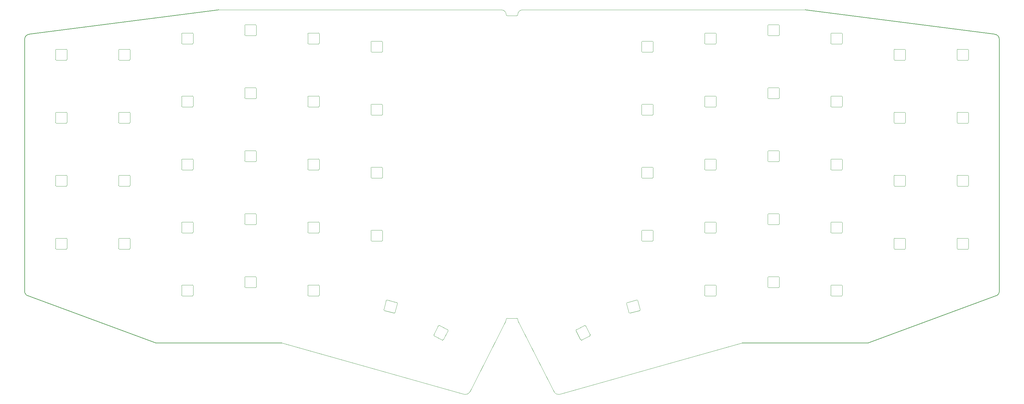
<source format=gm1>
%TF.GenerationSoftware,KiCad,Pcbnew,7.0.10*%
%TF.CreationDate,2024-03-02T14:12:03-05:00*%
%TF.ProjectId,Sofle_Chico_Panel,536f666c-655f-4436-9869-636f5f50616e,v3.5.4*%
%TF.SameCoordinates,Original*%
%TF.FileFunction,Profile,NP*%
%FSLAX46Y46*%
G04 Gerber Fmt 4.6, Leading zero omitted, Abs format (unit mm)*
G04 Created by KiCad (PCBNEW 7.0.10) date 2024-03-02 14:12:03*
%MOMM*%
%LPD*%
G01*
G04 APERTURE LIST*
%TA.AperFunction,Profile*%
%ADD10C,0.100000*%
%TD*%
%TA.AperFunction,Profile*%
%ADD11C,0.150000*%
%TD*%
%TA.AperFunction,Profile*%
%ADD12C,0.050000*%
%TD*%
G04 APERTURE END LIST*
D10*
X104177385Y-164195552D02*
G75*
G03*
X105909776Y-163429736I395915J1446752D01*
G01*
X131325213Y-163429742D02*
G75*
G03*
X133057618Y-164195565I1336487J680942D01*
G01*
X120075000Y-49725000D02*
G75*
G03*
X120350000Y-49450000I100J274900D01*
G01*
D11*
X-27201186Y-55348999D02*
G75*
G03*
X-28537343Y-56850000I174979J-1500971D01*
G01*
D10*
X116720765Y-142212817D02*
G75*
G03*
X116884255Y-141505135I-1338365J681917D01*
G01*
D11*
X265772343Y-56850000D02*
X265772343Y-133050000D01*
D10*
X133057618Y-164195565D02*
X188072343Y-148700000D01*
X115383872Y-47950000D02*
X30112657Y-47950000D01*
X121851128Y-47949944D02*
G75*
G03*
X120350744Y-49450000I72J-1500456D01*
G01*
D11*
X265772355Y-56850000D02*
G75*
G03*
X264436186Y-55349000I-1511055J100D01*
G01*
X226172343Y-148700000D02*
X264866606Y-134427262D01*
D10*
X49162657Y-148700000D02*
X104177382Y-164195565D01*
D11*
X-28537343Y-133050000D02*
X-28537343Y-56850000D01*
X188072343Y-148700000D02*
X226172343Y-148700000D01*
D10*
X120075000Y-49725000D02*
X117160000Y-49725000D01*
D11*
X207122343Y-47950000D02*
X264436186Y-55348999D01*
D10*
X117160000Y-141225000D02*
G75*
G03*
X116885000Y-141500000I-100J-274900D01*
G01*
D11*
X-27631606Y-134427262D02*
X11062658Y-148700000D01*
X264866605Y-134427260D02*
G75*
G03*
X265772343Y-133050000I-594105J1377160D01*
G01*
X-28537342Y-133050000D02*
G75*
G03*
X-27631606Y-134427261I1499906J-61D01*
G01*
D10*
X120514232Y-142212818D02*
X131325224Y-163429736D01*
X207122343Y-47950000D02*
X121851128Y-47950000D01*
X120350732Y-141505135D02*
G75*
G03*
X120514233Y-142212818I1501768J-25765D01*
G01*
D11*
X-27201186Y-55348999D02*
X30112657Y-47950000D01*
D10*
X116884985Y-49450000D02*
G75*
G03*
X115384616Y-47949615I-1500485J-100D01*
G01*
X116885000Y-49450000D02*
G75*
G03*
X117160000Y-49725000I274900J-100D01*
G01*
X120350000Y-141500000D02*
G75*
G03*
X120075000Y-141225000I-274900J100D01*
G01*
D11*
X11062658Y-148700000D02*
X49162657Y-148700000D01*
D10*
X105909776Y-163429736D02*
X116720768Y-142212818D01*
X120075000Y-141225000D02*
X117160000Y-141225000D01*
D12*
X-19247506Y-117205135D02*
X-19247506Y-120105135D01*
X-19047506Y-117005135D02*
X-15947506Y-117005135D01*
X-15947506Y-120305135D02*
X-19047506Y-120305135D01*
X-15747506Y-120105135D02*
X-15747506Y-117205135D01*
X-19047506Y-117005135D02*
G75*
G03*
X-19247506Y-117205135I-2J-199998D01*
G01*
X-19247506Y-120105135D02*
G75*
G03*
X-19047506Y-120305135I199998J-2D01*
G01*
X-15747506Y-117205135D02*
G75*
G03*
X-15947506Y-117005135I-200000J0D01*
G01*
X-15947506Y-120305135D02*
G75*
G03*
X-15747506Y-120105135I0J200000D01*
G01*
X180282506Y-58055135D02*
X180282506Y-55155135D01*
X180082506Y-58255135D02*
X176982506Y-58255135D01*
X176982506Y-54955135D02*
X180082506Y-54955135D01*
X176782506Y-55155135D02*
X176782506Y-58055135D01*
X180082506Y-58255135D02*
G75*
G03*
X180282506Y-58055135I2J199998D01*
G01*
X180282506Y-55155135D02*
G75*
G03*
X180082506Y-54955135I-199998J2D01*
G01*
X176782506Y-58055135D02*
G75*
G03*
X176982506Y-58255135I200000J0D01*
G01*
X176982506Y-54955135D02*
G75*
G03*
X176782506Y-55155135I0J-200000D01*
G01*
X157338226Y-138622616D02*
X156587651Y-135821431D01*
X157196804Y-138867565D02*
X154202434Y-139669904D01*
X153348332Y-136482349D02*
X156342702Y-135680010D01*
X153206910Y-136727298D02*
X153957485Y-139528483D01*
X157196804Y-138867565D02*
G75*
G03*
X157338226Y-138622616I-51761J193184D01*
G01*
X156587651Y-135821431D02*
G75*
G03*
X156342702Y-135680010I-193184J-51762D01*
G01*
X153957487Y-139528483D02*
G75*
G03*
X154202434Y-139669903I193184J51764D01*
G01*
X153348332Y-136482350D02*
G75*
G03*
X153206911Y-136727298I51763J-193184D01*
G01*
X237432506Y-101055135D02*
X237432506Y-98155135D01*
X237232506Y-101255135D02*
X234132506Y-101255135D01*
X234132506Y-97955135D02*
X237232506Y-97955135D01*
X233932506Y-98155135D02*
X233932506Y-101055135D01*
X237232506Y-101255135D02*
G75*
G03*
X237432506Y-101055135I2J199998D01*
G01*
X237432506Y-98155135D02*
G75*
G03*
X237232506Y-97955135I-199998J2D01*
G01*
X233932506Y-101055135D02*
G75*
G03*
X234132506Y-101255135I200000J0D01*
G01*
X234132506Y-97955135D02*
G75*
G03*
X233932506Y-98155135I0J-200000D01*
G01*
X139578165Y-147809199D02*
X142162084Y-146492626D01*
X139309166Y-147721795D02*
X137901795Y-144959675D01*
X140842116Y-143461507D02*
X142249487Y-146223627D01*
X140573117Y-143374103D02*
X137989198Y-144690676D01*
X139309165Y-147721795D02*
G75*
G03*
X139578165Y-147809199I178201J90795D01*
G01*
X142162084Y-146492626D02*
G75*
G03*
X142249487Y-146223627I-90796J178200D01*
G01*
X137989198Y-144690677D02*
G75*
G03*
X137901796Y-144959675I90798J-178200D01*
G01*
X140842116Y-143461507D02*
G75*
G03*
X140573117Y-143374104I-178201J-90798D01*
G01*
X37902494Y-71705135D02*
X37902494Y-74605135D01*
X38102494Y-71505135D02*
X41202494Y-71505135D01*
X41202494Y-74805135D02*
X38102494Y-74805135D01*
X41402494Y-74605135D02*
X41402494Y-71705135D01*
X38102494Y-71505135D02*
G75*
G03*
X37902494Y-71705135I-2J-199998D01*
G01*
X37902494Y-74605135D02*
G75*
G03*
X38102494Y-74805135I199998J-2D01*
G01*
X41402494Y-71705135D02*
G75*
G03*
X41202494Y-71505135I-200000J0D01*
G01*
X41202494Y-74805135D02*
G75*
G03*
X41402494Y-74605135I0J200000D01*
G01*
X37902494Y-52655135D02*
X37902494Y-55555135D01*
X38102494Y-52455135D02*
X41202494Y-52455135D01*
X41202494Y-55755135D02*
X38102494Y-55755135D01*
X41402494Y-55555135D02*
X41402494Y-52655135D01*
X38102494Y-52455135D02*
G75*
G03*
X37902494Y-52655135I-2J-199998D01*
G01*
X37902494Y-55555135D02*
G75*
G03*
X38102494Y-55755135I199998J-2D01*
G01*
X41402494Y-52655135D02*
G75*
G03*
X41202494Y-52455135I-200000J0D01*
G01*
X41202494Y-55755135D02*
G75*
G03*
X41402494Y-55555135I0J200000D01*
G01*
X-19247506Y-60055135D02*
X-19247506Y-62955135D01*
X-19047506Y-59855135D02*
X-15947506Y-59855135D01*
X-15947506Y-63155135D02*
X-19047506Y-63155135D01*
X-15747506Y-62955135D02*
X-15747506Y-60055135D01*
X-19047506Y-59855135D02*
G75*
G03*
X-19247506Y-60055135I-2J-199998D01*
G01*
X-19247506Y-62955135D02*
G75*
G03*
X-19047506Y-63155135I199998J-2D01*
G01*
X-15747506Y-60055135D02*
G75*
G03*
X-15947506Y-59855135I-200000J0D01*
G01*
X-15947506Y-63155135D02*
G75*
G03*
X-15747506Y-62955135I0J200000D01*
G01*
X237432506Y-82005135D02*
X237432506Y-79105135D01*
X237232506Y-82205135D02*
X234132506Y-82205135D01*
X234132506Y-78905135D02*
X237232506Y-78905135D01*
X233932506Y-79105135D02*
X233932506Y-82005135D01*
X237232506Y-82205135D02*
G75*
G03*
X237432506Y-82005135I2J199998D01*
G01*
X237432506Y-79105135D02*
G75*
G03*
X237232506Y-78905135I-199998J2D01*
G01*
X233932506Y-82005135D02*
G75*
G03*
X234132506Y-82205135I200000J0D01*
G01*
X234132506Y-78905135D02*
G75*
G03*
X233932506Y-79105135I0J-200000D01*
G01*
X237432506Y-62955135D02*
X237432506Y-60055135D01*
X237232506Y-63155135D02*
X234132506Y-63155135D01*
X234132506Y-59855135D02*
X237232506Y-59855135D01*
X233932506Y-60055135D02*
X233932506Y-62955135D01*
X237232506Y-63155135D02*
G75*
G03*
X237432506Y-62955135I2J199998D01*
G01*
X237432506Y-60055135D02*
G75*
G03*
X237232506Y-59855135I-199998J2D01*
G01*
X233932506Y-62955135D02*
G75*
G03*
X234132506Y-63155135I200000J0D01*
G01*
X234132506Y-59855135D02*
G75*
G03*
X233932506Y-60055135I0J-200000D01*
G01*
X237432506Y-120105135D02*
X237432506Y-117205135D01*
X237232506Y-120305135D02*
X234132506Y-120305135D01*
X234132506Y-117005135D02*
X237232506Y-117005135D01*
X233932506Y-117205135D02*
X233932506Y-120105135D01*
X237232506Y-120305135D02*
G75*
G03*
X237432506Y-120105135I2J199998D01*
G01*
X237432506Y-117205135D02*
G75*
G03*
X237232506Y-117005135I-199998J2D01*
G01*
X233932506Y-120105135D02*
G75*
G03*
X234132506Y-120305135I200000J0D01*
G01*
X234132506Y-117005135D02*
G75*
G03*
X233932506Y-117205135I0J-200000D01*
G01*
X18852494Y-131355135D02*
X18852494Y-134255135D01*
X19052494Y-131155135D02*
X22152494Y-131155135D01*
X22152494Y-134455135D02*
X19052494Y-134455135D01*
X22352494Y-134255135D02*
X22352494Y-131355135D01*
X19052494Y-131155135D02*
G75*
G03*
X18852494Y-131355135I-2J-199998D01*
G01*
X18852494Y-134255135D02*
G75*
G03*
X19052494Y-134455135I199998J-2D01*
G01*
X22352494Y-131355135D02*
G75*
G03*
X22152494Y-131155135I-200000J0D01*
G01*
X22152494Y-134455135D02*
G75*
G03*
X22352494Y-134255135I0J200000D01*
G01*
X180282506Y-77105135D02*
X180282506Y-74205135D01*
X180082506Y-77305135D02*
X176982506Y-77305135D01*
X176982506Y-74005135D02*
X180082506Y-74005135D01*
X176782506Y-74205135D02*
X176782506Y-77105135D01*
X180082506Y-77305135D02*
G75*
G03*
X180282506Y-77105135I2J199998D01*
G01*
X180282506Y-74205135D02*
G75*
G03*
X180082506Y-74005135I-199998J2D01*
G01*
X176782506Y-77105135D02*
G75*
G03*
X176982506Y-77305135I200000J0D01*
G01*
X176982506Y-74005135D02*
G75*
G03*
X176782506Y-74205135I0J-200000D01*
G01*
X218382506Y-115205135D02*
X218382506Y-112305135D01*
X218182506Y-115405135D02*
X215082506Y-115405135D01*
X215082506Y-112105135D02*
X218182506Y-112105135D01*
X214882506Y-112305135D02*
X214882506Y-115205135D01*
X218182506Y-115405135D02*
G75*
G03*
X218382506Y-115205135I2J199998D01*
G01*
X218382506Y-112305135D02*
G75*
G03*
X218182506Y-112105135I-199998J2D01*
G01*
X214882506Y-115205135D02*
G75*
G03*
X215082506Y-115405135I200000J0D01*
G01*
X215082506Y-112105135D02*
G75*
G03*
X214882506Y-112305135I0J-200000D01*
G01*
X18852494Y-93255135D02*
X18852494Y-96155135D01*
X19052494Y-93055135D02*
X22152494Y-93055135D01*
X22152494Y-96355135D02*
X19052494Y-96355135D01*
X22352494Y-96155135D02*
X22352494Y-93255135D01*
X19052494Y-93055135D02*
G75*
G03*
X18852494Y-93255135I-2J-199998D01*
G01*
X18852494Y-96155135D02*
G75*
G03*
X19052494Y-96355135I199998J-2D01*
G01*
X22352494Y-93255135D02*
G75*
G03*
X22152494Y-93055135I-200000J0D01*
G01*
X22152494Y-96355135D02*
G75*
G03*
X22352494Y-96155135I0J200000D01*
G01*
X199332506Y-112705135D02*
X199332506Y-109805135D01*
X199132506Y-112905135D02*
X196032506Y-112905135D01*
X196032506Y-109605135D02*
X199132506Y-109605135D01*
X195832506Y-109805135D02*
X195832506Y-112705135D01*
X199132506Y-112905135D02*
G75*
G03*
X199332506Y-112705135I2J199998D01*
G01*
X199332506Y-109805135D02*
G75*
G03*
X199132506Y-109605135I-199998J2D01*
G01*
X195832506Y-112705135D02*
G75*
G03*
X196032506Y-112905135I200000J0D01*
G01*
X196032506Y-109605135D02*
G75*
G03*
X195832506Y-109805135I0J-200000D01*
G01*
X-19247506Y-98155135D02*
X-19247506Y-101055135D01*
X-19047506Y-97955135D02*
X-15947506Y-97955135D01*
X-15947506Y-101255135D02*
X-19047506Y-101255135D01*
X-15747506Y-101055135D02*
X-15747506Y-98155135D01*
X-19047506Y-97955135D02*
G75*
G03*
X-19247506Y-98155135I-2J-199998D01*
G01*
X-19247506Y-101055135D02*
G75*
G03*
X-19047506Y-101255135I199998J-2D01*
G01*
X-15747506Y-98155135D02*
G75*
G03*
X-15947506Y-97955135I-200000J0D01*
G01*
X-15947506Y-101255135D02*
G75*
G03*
X-15747506Y-101055135I0J200000D01*
G01*
X18852494Y-74205135D02*
X18852494Y-77105135D01*
X19052494Y-74005135D02*
X22152494Y-74005135D01*
X22152494Y-77305135D02*
X19052494Y-77305135D01*
X22352494Y-77105135D02*
X22352494Y-74205135D01*
X19052494Y-74005135D02*
G75*
G03*
X18852494Y-74205135I-2J-199998D01*
G01*
X18852494Y-77105135D02*
G75*
G03*
X19052494Y-77305135I199998J-2D01*
G01*
X22352494Y-74205135D02*
G75*
G03*
X22152494Y-74005135I-200000J0D01*
G01*
X22152494Y-77305135D02*
G75*
G03*
X22352494Y-77105135I0J200000D01*
G01*
X256482506Y-101055135D02*
X256482506Y-98155135D01*
X256282506Y-101255135D02*
X253182506Y-101255135D01*
X253182506Y-97955135D02*
X256282506Y-97955135D01*
X252982506Y-98155135D02*
X252982506Y-101055135D01*
X256282506Y-101255135D02*
G75*
G03*
X256482506Y-101055135I2J199998D01*
G01*
X256482506Y-98155135D02*
G75*
G03*
X256282506Y-97955135I-199998J2D01*
G01*
X252982506Y-101055135D02*
G75*
G03*
X253182506Y-101255135I200000J0D01*
G01*
X253182506Y-97955135D02*
G75*
G03*
X252982506Y-98155135I0J-200000D01*
G01*
X18852494Y-112305135D02*
X18852494Y-115205135D01*
X19052494Y-112105135D02*
X22152494Y-112105135D01*
X22152494Y-115405135D02*
X19052494Y-115405135D01*
X22352494Y-115205135D02*
X22352494Y-112305135D01*
X19052494Y-112105135D02*
G75*
G03*
X18852494Y-112305135I-2J-199998D01*
G01*
X18852494Y-115205135D02*
G75*
G03*
X19052494Y-115405135I199998J-2D01*
G01*
X22352494Y-112305135D02*
G75*
G03*
X22152494Y-112105135I-200000J0D01*
G01*
X22152494Y-115405135D02*
G75*
G03*
X22352494Y-115205135I0J200000D01*
G01*
X56952494Y-131355135D02*
X56952494Y-134255135D01*
X57152494Y-131155135D02*
X60252494Y-131155135D01*
X60252494Y-134455135D02*
X57152494Y-134455135D01*
X60452494Y-134255135D02*
X60452494Y-131355135D01*
X57152494Y-131155135D02*
G75*
G03*
X56952494Y-131355135I-2J-199998D01*
G01*
X56952494Y-134255135D02*
G75*
G03*
X57152494Y-134455135I199998J-2D01*
G01*
X60452494Y-131355135D02*
G75*
G03*
X60252494Y-131155135I-200000J0D01*
G01*
X60252494Y-134455135D02*
G75*
G03*
X60452494Y-134255135I0J200000D01*
G01*
X161232506Y-98655135D02*
X161232506Y-95755135D01*
X161032506Y-98855135D02*
X157932506Y-98855135D01*
X157932506Y-95555135D02*
X161032506Y-95555135D01*
X157732506Y-95755135D02*
X157732506Y-98655135D01*
X161032506Y-98855135D02*
G75*
G03*
X161232506Y-98655135I2J199998D01*
G01*
X161232506Y-95755135D02*
G75*
G03*
X161032506Y-95555135I-199998J2D01*
G01*
X157732506Y-98655135D02*
G75*
G03*
X157932506Y-98855135I200000J0D01*
G01*
X157932506Y-95555135D02*
G75*
G03*
X157732506Y-95755135I0J-200000D01*
G01*
X76002494Y-95755134D02*
X76002494Y-98655134D01*
X76202494Y-95555134D02*
X79302494Y-95555134D01*
X79302494Y-98855134D02*
X76202494Y-98855134D01*
X79502494Y-98655134D02*
X79502494Y-95755134D01*
X76202494Y-95555134D02*
G75*
G03*
X76002494Y-95755134I-2J-199998D01*
G01*
X76002494Y-98655134D02*
G75*
G03*
X76202494Y-98855134I199998J-2D01*
G01*
X79502494Y-95755134D02*
G75*
G03*
X79302494Y-95555134I-200000J0D01*
G01*
X79302494Y-98855134D02*
G75*
G03*
X79502494Y-98655134I0J200000D01*
G01*
X-197506Y-98155135D02*
X-197506Y-101055135D01*
X2494Y-97955135D02*
X3102494Y-97955135D01*
X3102494Y-101255135D02*
X2494Y-101255135D01*
X3302494Y-101055135D02*
X3302494Y-98155135D01*
X2494Y-97955135D02*
G75*
G03*
X-197506Y-98155135I-2J-199998D01*
G01*
X-197506Y-101055135D02*
G75*
G03*
X2494Y-101255135I199998J-2D01*
G01*
X3302494Y-98155135D02*
G75*
G03*
X3102494Y-97955135I-200000J0D01*
G01*
X3102494Y-101255135D02*
G75*
G03*
X3302494Y-101055135I0J200000D01*
G01*
X218382506Y-77105135D02*
X218382506Y-74205135D01*
X218182506Y-77305135D02*
X215082506Y-77305135D01*
X215082506Y-74005135D02*
X218182506Y-74005135D01*
X214882506Y-74205135D02*
X214882506Y-77105135D01*
X218182506Y-77305135D02*
G75*
G03*
X218382506Y-77105135I2J199998D01*
G01*
X218382506Y-74205135D02*
G75*
G03*
X218182506Y-74005135I-199998J2D01*
G01*
X214882506Y-77105135D02*
G75*
G03*
X215082506Y-77305135I200000J0D01*
G01*
X215082506Y-74005135D02*
G75*
G03*
X214882506Y-74205135I0J-200000D01*
G01*
X-197506Y-117205135D02*
X-197506Y-120105135D01*
X2494Y-117005135D02*
X3102494Y-117005135D01*
X3102494Y-120305135D02*
X2494Y-120305135D01*
X3302494Y-120105135D02*
X3302494Y-117205135D01*
X2494Y-117005135D02*
G75*
G03*
X-197506Y-117205135I-2J-199998D01*
G01*
X-197506Y-120105135D02*
G75*
G03*
X2494Y-120305135I199998J-2D01*
G01*
X3302494Y-117205135D02*
G75*
G03*
X3102494Y-117005135I-200000J0D01*
G01*
X3102494Y-120305135D02*
G75*
G03*
X3302494Y-120105135I0J200000D01*
G01*
X180282506Y-115205135D02*
X180282506Y-112305135D01*
X180082506Y-115405135D02*
X176982506Y-115405135D01*
X176982506Y-112105135D02*
X180082506Y-112105135D01*
X176782506Y-112305135D02*
X176782506Y-115205135D01*
X180082506Y-115405135D02*
G75*
G03*
X180282506Y-115205135I2J199998D01*
G01*
X180282506Y-112305135D02*
G75*
G03*
X180082506Y-112105135I-199998J2D01*
G01*
X176782506Y-115205135D02*
G75*
G03*
X176982506Y-115405135I200000J0D01*
G01*
X176982506Y-112105135D02*
G75*
G03*
X176782506Y-112305135I0J-200000D01*
G01*
X256482506Y-62955135D02*
X256482506Y-60055135D01*
X256282506Y-63155135D02*
X253182506Y-63155135D01*
X253182506Y-59855135D02*
X256282506Y-59855135D01*
X252982506Y-60055135D02*
X252982506Y-62955135D01*
X256282506Y-63155135D02*
G75*
G03*
X256482506Y-62955135I2J199998D01*
G01*
X256482506Y-60055135D02*
G75*
G03*
X256282506Y-59855135I-199998J2D01*
G01*
X252982506Y-62955135D02*
G75*
G03*
X253182506Y-63155135I200000J0D01*
G01*
X253182506Y-59855135D02*
G75*
G03*
X252982506Y-60055135I0J-200000D01*
G01*
X80647349Y-135821431D02*
X79896774Y-138622616D01*
X80892298Y-135680010D02*
X83886668Y-136482349D01*
X83032566Y-139669904D02*
X80038196Y-138867565D01*
X83277515Y-139528483D02*
X84028090Y-136727298D01*
X80892298Y-135680010D02*
G75*
G03*
X80647349Y-135821431I-51765J-193183D01*
G01*
X79896774Y-138622616D02*
G75*
G03*
X80038196Y-138867565I193183J-51765D01*
G01*
X84028089Y-136727298D02*
G75*
G03*
X83886668Y-136482350I-193184J51764D01*
G01*
X83032566Y-139669904D02*
G75*
G03*
X83277514Y-139528483I51763J193185D01*
G01*
X37902494Y-90755135D02*
X37902494Y-93655135D01*
X38102494Y-90555135D02*
X41202494Y-90555135D01*
X41202494Y-93855135D02*
X38102494Y-93855135D01*
X41402494Y-93655135D02*
X41402494Y-90755135D01*
X38102494Y-90555135D02*
G75*
G03*
X37902494Y-90755135I-2J-199998D01*
G01*
X37902494Y-93655135D02*
G75*
G03*
X38102494Y-93855135I199998J-2D01*
G01*
X41402494Y-90755135D02*
G75*
G03*
X41202494Y-90555135I-200000J0D01*
G01*
X41202494Y-93855135D02*
G75*
G03*
X41402494Y-93655135I0J200000D01*
G01*
X95072916Y-146492626D02*
X97656835Y-147809199D01*
X94985513Y-146223627D02*
X96392884Y-143461507D01*
X99333205Y-144959675D02*
X97925834Y-147721795D01*
X99245802Y-144690676D02*
X96661883Y-143374103D01*
X94985514Y-146223628D02*
G75*
G03*
X95072916Y-146492625I178198J-90798D01*
G01*
X97656836Y-147809198D02*
G75*
G03*
X97925834Y-147721795I90798J178198D01*
G01*
X96661882Y-143374104D02*
G75*
G03*
X96392885Y-143461507I-90797J-178201D01*
G01*
X99333204Y-144959675D02*
G75*
G03*
X99245802Y-144690677I-178200J90798D01*
G01*
X161232506Y-60555135D02*
X161232506Y-57655135D01*
X161032506Y-60755135D02*
X157932506Y-60755135D01*
X157932506Y-57455135D02*
X161032506Y-57455135D01*
X157732506Y-57655135D02*
X157732506Y-60555135D01*
X161032506Y-60755135D02*
G75*
G03*
X161232506Y-60555135I2J199998D01*
G01*
X161232506Y-57655135D02*
G75*
G03*
X161032506Y-57455135I-199998J2D01*
G01*
X157732506Y-60555135D02*
G75*
G03*
X157932506Y-60755135I200000J0D01*
G01*
X157932506Y-57455135D02*
G75*
G03*
X157732506Y-57655135I0J-200000D01*
G01*
X56952494Y-74205135D02*
X56952494Y-77105135D01*
X57152494Y-74005135D02*
X60252494Y-74005135D01*
X60252494Y-77305135D02*
X57152494Y-77305135D01*
X60452494Y-77105135D02*
X60452494Y-74205135D01*
X57152494Y-74005135D02*
G75*
G03*
X56952494Y-74205135I-2J-199998D01*
G01*
X56952494Y-77105135D02*
G75*
G03*
X57152494Y-77305135I199998J-2D01*
G01*
X60452494Y-74205135D02*
G75*
G03*
X60252494Y-74005135I-200000J0D01*
G01*
X60252494Y-77305135D02*
G75*
G03*
X60452494Y-77105135I0J200000D01*
G01*
X199332506Y-55555135D02*
X199332506Y-52655135D01*
X199132506Y-55755135D02*
X196032506Y-55755135D01*
X196032506Y-52455135D02*
X199132506Y-52455135D01*
X195832506Y-52655135D02*
X195832506Y-55555135D01*
X199132506Y-55755135D02*
G75*
G03*
X199332506Y-55555135I2J199998D01*
G01*
X199332506Y-52655135D02*
G75*
G03*
X199132506Y-52455135I-199998J2D01*
G01*
X195832506Y-55555135D02*
G75*
G03*
X196032506Y-55755135I200000J0D01*
G01*
X196032506Y-52455135D02*
G75*
G03*
X195832506Y-52655135I0J-200000D01*
G01*
X76002494Y-57655135D02*
X76002494Y-60555135D01*
X76202494Y-57455135D02*
X79302494Y-57455135D01*
X79302494Y-60755135D02*
X76202494Y-60755135D01*
X79502494Y-60555135D02*
X79502494Y-57655135D01*
X76202494Y-57455135D02*
G75*
G03*
X76002494Y-57655135I-2J-199998D01*
G01*
X76002494Y-60555135D02*
G75*
G03*
X76202494Y-60755135I199998J-2D01*
G01*
X79502494Y-57655135D02*
G75*
G03*
X79302494Y-57455135I-200000J0D01*
G01*
X79302494Y-60755135D02*
G75*
G03*
X79502494Y-60555135I0J200000D01*
G01*
X199332506Y-131755135D02*
X199332506Y-128855135D01*
X199132506Y-131955135D02*
X196032506Y-131955135D01*
X196032506Y-128655135D02*
X199132506Y-128655135D01*
X195832506Y-128855135D02*
X195832506Y-131755135D01*
X199132506Y-131955135D02*
G75*
G03*
X199332506Y-131755135I2J199998D01*
G01*
X199332506Y-128855135D02*
G75*
G03*
X199132506Y-128655135I-199998J2D01*
G01*
X195832506Y-131755135D02*
G75*
G03*
X196032506Y-131955135I200000J0D01*
G01*
X196032506Y-128655135D02*
G75*
G03*
X195832506Y-128855135I0J-200000D01*
G01*
X199332506Y-74605135D02*
X199332506Y-71705135D01*
X199132506Y-74805135D02*
X196032506Y-74805135D01*
X196032506Y-71505135D02*
X199132506Y-71505135D01*
X195832506Y-71705135D02*
X195832506Y-74605135D01*
X199132506Y-74805135D02*
G75*
G03*
X199332506Y-74605135I2J199998D01*
G01*
X199332506Y-71705135D02*
G75*
G03*
X199132506Y-71505135I-199998J2D01*
G01*
X195832506Y-74605135D02*
G75*
G03*
X196032506Y-74805135I200000J0D01*
G01*
X196032506Y-71505135D02*
G75*
G03*
X195832506Y-71705135I0J-200000D01*
G01*
X56952494Y-112305136D02*
X56952494Y-115205136D01*
X57152494Y-112105136D02*
X60252494Y-112105136D01*
X60252494Y-115405136D02*
X57152494Y-115405136D01*
X60452494Y-115205136D02*
X60452494Y-112305136D01*
X57152494Y-112105136D02*
G75*
G03*
X56952494Y-112305136I-2J-199998D01*
G01*
X56952494Y-115205136D02*
G75*
G03*
X57152494Y-115405136I199998J-2D01*
G01*
X60452494Y-112305136D02*
G75*
G03*
X60252494Y-112105136I-200000J0D01*
G01*
X60252494Y-115405136D02*
G75*
G03*
X60452494Y-115205136I0J200000D01*
G01*
X18852495Y-55155135D02*
X18852495Y-58055135D01*
X19052495Y-54955135D02*
X22152495Y-54955135D01*
X22152495Y-58255135D02*
X19052495Y-58255135D01*
X22352495Y-58055135D02*
X22352495Y-55155135D01*
X19052495Y-54955135D02*
G75*
G03*
X18852495Y-55155135I-2J-199998D01*
G01*
X18852495Y-58055135D02*
G75*
G03*
X19052495Y-58255135I199998J-2D01*
G01*
X22352495Y-55155135D02*
G75*
G03*
X22152495Y-54955135I-200000J0D01*
G01*
X22152495Y-58255135D02*
G75*
G03*
X22352495Y-58055135I0J200000D01*
G01*
X180282506Y-134255135D02*
X180282506Y-131355135D01*
X180082506Y-134455135D02*
X176982506Y-134455135D01*
X176982506Y-131155135D02*
X180082506Y-131155135D01*
X176782506Y-131355135D02*
X176782506Y-134255135D01*
X180082506Y-134455135D02*
G75*
G03*
X180282506Y-134255135I2J199998D01*
G01*
X180282506Y-131355135D02*
G75*
G03*
X180082506Y-131155135I-199998J2D01*
G01*
X176782506Y-134255135D02*
G75*
G03*
X176982506Y-134455135I200000J0D01*
G01*
X176982506Y-131155135D02*
G75*
G03*
X176782506Y-131355135I0J-200000D01*
G01*
X37902494Y-128855135D02*
X37902494Y-131755135D01*
X38102494Y-128655135D02*
X41202494Y-128655135D01*
X41202494Y-131955135D02*
X38102494Y-131955135D01*
X41402494Y-131755135D02*
X41402494Y-128855135D01*
X38102494Y-128655135D02*
G75*
G03*
X37902494Y-128855135I-2J-199998D01*
G01*
X37902494Y-131755135D02*
G75*
G03*
X38102494Y-131955135I199998J-2D01*
G01*
X41402494Y-128855135D02*
G75*
G03*
X41202494Y-128655135I-200000J0D01*
G01*
X41202494Y-131955135D02*
G75*
G03*
X41402494Y-131755135I0J200000D01*
G01*
X161232506Y-79605135D02*
X161232506Y-76705135D01*
X161032506Y-79805135D02*
X157932506Y-79805135D01*
X157932506Y-76505135D02*
X161032506Y-76505135D01*
X157732506Y-76705135D02*
X157732506Y-79605135D01*
X161032506Y-79805135D02*
G75*
G03*
X161232506Y-79605135I2J199998D01*
G01*
X161232506Y-76705135D02*
G75*
G03*
X161032506Y-76505135I-199998J2D01*
G01*
X157732506Y-79605135D02*
G75*
G03*
X157932506Y-79805135I200000J0D01*
G01*
X157932506Y-76505135D02*
G75*
G03*
X157732506Y-76705135I0J-200000D01*
G01*
X218382506Y-58055135D02*
X218382506Y-55155135D01*
X218182506Y-58255135D02*
X215082506Y-58255135D01*
X215082506Y-54955135D02*
X218182506Y-54955135D01*
X214882506Y-55155135D02*
X214882506Y-58055135D01*
X218182506Y-58255135D02*
G75*
G03*
X218382506Y-58055135I2J199998D01*
G01*
X218382506Y-55155135D02*
G75*
G03*
X218182506Y-54955135I-199998J2D01*
G01*
X214882506Y-58055135D02*
G75*
G03*
X215082506Y-58255135I200000J0D01*
G01*
X215082506Y-54955135D02*
G75*
G03*
X214882506Y-55155135I0J-200000D01*
G01*
X161232506Y-117705135D02*
X161232506Y-114805135D01*
X161032506Y-117905135D02*
X157932506Y-117905135D01*
X157932506Y-114605135D02*
X161032506Y-114605135D01*
X157732506Y-114805135D02*
X157732506Y-117705135D01*
X161032506Y-117905135D02*
G75*
G03*
X161232506Y-117705135I2J199998D01*
G01*
X161232506Y-114805135D02*
G75*
G03*
X161032506Y-114605135I-199998J2D01*
G01*
X157732506Y-117705135D02*
G75*
G03*
X157932506Y-117905135I200000J0D01*
G01*
X157932506Y-114605135D02*
G75*
G03*
X157732506Y-114805135I0J-200000D01*
G01*
X76002495Y-114805135D02*
X76002495Y-117705135D01*
X76202495Y-114605135D02*
X79302495Y-114605135D01*
X79302495Y-117905135D02*
X76202495Y-117905135D01*
X79502495Y-117705135D02*
X79502495Y-114805135D01*
X76202495Y-114605135D02*
G75*
G03*
X76002495Y-114805135I-2J-199998D01*
G01*
X76002495Y-117705135D02*
G75*
G03*
X76202495Y-117905135I199998J-2D01*
G01*
X79502495Y-114805135D02*
G75*
G03*
X79302495Y-114605135I-200000J0D01*
G01*
X79302495Y-117905135D02*
G75*
G03*
X79502495Y-117705135I0J200000D01*
G01*
X218382506Y-96155135D02*
X218382506Y-93255135D01*
X218182506Y-96355135D02*
X215082506Y-96355135D01*
X215082506Y-93055135D02*
X218182506Y-93055135D01*
X214882506Y-93255135D02*
X214882506Y-96155135D01*
X218182506Y-96355135D02*
G75*
G03*
X218382506Y-96155135I2J199998D01*
G01*
X218382506Y-93255135D02*
G75*
G03*
X218182506Y-93055135I-199998J2D01*
G01*
X214882506Y-96155135D02*
G75*
G03*
X215082506Y-96355135I200000J0D01*
G01*
X215082506Y-93055135D02*
G75*
G03*
X214882506Y-93255135I0J-200000D01*
G01*
X180282506Y-96155135D02*
X180282506Y-93255135D01*
X180082506Y-96355135D02*
X176982506Y-96355135D01*
X176982506Y-93055135D02*
X180082506Y-93055135D01*
X176782506Y-93255135D02*
X176782506Y-96155135D01*
X180082506Y-96355135D02*
G75*
G03*
X180282506Y-96155135I2J199998D01*
G01*
X180282506Y-93255135D02*
G75*
G03*
X180082506Y-93055135I-199998J2D01*
G01*
X176782506Y-96155135D02*
G75*
G03*
X176982506Y-96355135I200000J0D01*
G01*
X176982506Y-93055135D02*
G75*
G03*
X176782506Y-93255135I0J-200000D01*
G01*
X-19247506Y-79105135D02*
X-19247506Y-82005135D01*
X-19047506Y-78905135D02*
X-15947506Y-78905135D01*
X-15947506Y-82205135D02*
X-19047506Y-82205135D01*
X-15747506Y-82005135D02*
X-15747506Y-79105135D01*
X-19047506Y-78905135D02*
G75*
G03*
X-19247506Y-79105135I-2J-199998D01*
G01*
X-19247506Y-82005135D02*
G75*
G03*
X-19047506Y-82205135I199998J-2D01*
G01*
X-15747506Y-79105135D02*
G75*
G03*
X-15947506Y-78905135I-200000J0D01*
G01*
X-15947506Y-82205135D02*
G75*
G03*
X-15747506Y-82005135I0J200000D01*
G01*
X199332506Y-93655135D02*
X199332506Y-90755135D01*
X199132506Y-93855135D02*
X196032506Y-93855135D01*
X196032506Y-90555135D02*
X199132506Y-90555135D01*
X195832506Y-90755135D02*
X195832506Y-93655135D01*
X199132506Y-93855135D02*
G75*
G03*
X199332506Y-93655135I2J199998D01*
G01*
X199332506Y-90755135D02*
G75*
G03*
X199132506Y-90555135I-199998J2D01*
G01*
X195832506Y-93655135D02*
G75*
G03*
X196032506Y-93855135I200000J0D01*
G01*
X196032506Y-90555135D02*
G75*
G03*
X195832506Y-90755135I0J-200000D01*
G01*
X56952494Y-93255134D02*
X56952494Y-96155134D01*
X57152494Y-93055134D02*
X60252494Y-93055134D01*
X60252494Y-96355134D02*
X57152494Y-96355134D01*
X60452494Y-96155134D02*
X60452494Y-93255134D01*
X57152494Y-93055134D02*
G75*
G03*
X56952494Y-93255134I-2J-199998D01*
G01*
X56952494Y-96155134D02*
G75*
G03*
X57152494Y-96355134I199998J-2D01*
G01*
X60452494Y-93255134D02*
G75*
G03*
X60252494Y-93055134I-200000J0D01*
G01*
X60252494Y-96355134D02*
G75*
G03*
X60452494Y-96155134I0J200000D01*
G01*
X256482506Y-82005135D02*
X256482506Y-79105135D01*
X256282506Y-82205135D02*
X253182506Y-82205135D01*
X253182506Y-78905135D02*
X256282506Y-78905135D01*
X252982506Y-79105135D02*
X252982506Y-82005135D01*
X256282506Y-82205135D02*
G75*
G03*
X256482506Y-82005135I2J199998D01*
G01*
X256482506Y-79105135D02*
G75*
G03*
X256282506Y-78905135I-199998J2D01*
G01*
X252982506Y-82005135D02*
G75*
G03*
X253182506Y-82205135I200000J0D01*
G01*
X253182506Y-78905135D02*
G75*
G03*
X252982506Y-79105135I0J-200000D01*
G01*
X37902494Y-109805135D02*
X37902494Y-112705135D01*
X38102494Y-109605135D02*
X41202494Y-109605135D01*
X41202494Y-112905135D02*
X38102494Y-112905135D01*
X41402494Y-112705135D02*
X41402494Y-109805135D01*
X38102494Y-109605135D02*
G75*
G03*
X37902494Y-109805135I-2J-199998D01*
G01*
X37902494Y-112705135D02*
G75*
G03*
X38102494Y-112905135I199998J-2D01*
G01*
X41402494Y-109805135D02*
G75*
G03*
X41202494Y-109605135I-200000J0D01*
G01*
X41202494Y-112905135D02*
G75*
G03*
X41402494Y-112705135I0J200000D01*
G01*
X56952494Y-55155135D02*
X56952494Y-58055135D01*
X57152494Y-54955135D02*
X60252494Y-54955135D01*
X60252494Y-58255135D02*
X57152494Y-58255135D01*
X60452494Y-58055135D02*
X60452494Y-55155135D01*
X57152494Y-54955135D02*
G75*
G03*
X56952494Y-55155135I-2J-199998D01*
G01*
X56952494Y-58055135D02*
G75*
G03*
X57152494Y-58255135I199998J-2D01*
G01*
X60452494Y-55155135D02*
G75*
G03*
X60252494Y-54955135I-200000J0D01*
G01*
X60252494Y-58255135D02*
G75*
G03*
X60452494Y-58055135I0J200000D01*
G01*
X-197506Y-79105135D02*
X-197506Y-82005135D01*
X2494Y-78905135D02*
X3102494Y-78905135D01*
X3102494Y-82205135D02*
X2494Y-82205135D01*
X3302494Y-82005135D02*
X3302494Y-79105135D01*
X2494Y-78905135D02*
G75*
G03*
X-197506Y-79105135I-2J-199998D01*
G01*
X-197506Y-82005135D02*
G75*
G03*
X2494Y-82205135I199998J-2D01*
G01*
X3302494Y-79105135D02*
G75*
G03*
X3102494Y-78905135I-200000J0D01*
G01*
X3102494Y-82205135D02*
G75*
G03*
X3302494Y-82005135I0J200000D01*
G01*
X256482506Y-120105135D02*
X256482506Y-117205135D01*
X256282506Y-120305135D02*
X253182506Y-120305135D01*
X253182506Y-117005135D02*
X256282506Y-117005135D01*
X252982506Y-117205135D02*
X252982506Y-120105135D01*
X256282506Y-120305135D02*
G75*
G03*
X256482506Y-120105135I2J199998D01*
G01*
X256482506Y-117205135D02*
G75*
G03*
X256282506Y-117005135I-199998J2D01*
G01*
X252982506Y-120105135D02*
G75*
G03*
X253182506Y-120305135I200000J0D01*
G01*
X253182506Y-117005135D02*
G75*
G03*
X252982506Y-117205135I0J-200000D01*
G01*
X218382506Y-134255135D02*
X218382506Y-131355135D01*
X218182506Y-134455135D02*
X215082506Y-134455135D01*
X215082506Y-131155135D02*
X218182506Y-131155135D01*
X214882506Y-131355135D02*
X214882506Y-134255135D01*
X218182506Y-134455135D02*
G75*
G03*
X218382506Y-134255135I2J199998D01*
G01*
X218382506Y-131355135D02*
G75*
G03*
X218182506Y-131155135I-199998J2D01*
G01*
X214882506Y-134255135D02*
G75*
G03*
X215082506Y-134455135I200000J0D01*
G01*
X215082506Y-131155135D02*
G75*
G03*
X214882506Y-131355135I0J-200000D01*
G01*
X-197506Y-60055135D02*
X-197506Y-62955135D01*
X2494Y-59855135D02*
X3102494Y-59855135D01*
X3102494Y-63155135D02*
X2494Y-63155135D01*
X3302494Y-62955135D02*
X3302494Y-60055135D01*
X2494Y-59855135D02*
G75*
G03*
X-197506Y-60055135I-2J-199998D01*
G01*
X-197506Y-62955135D02*
G75*
G03*
X2494Y-63155135I199998J-2D01*
G01*
X3302494Y-60055135D02*
G75*
G03*
X3102494Y-59855135I-200000J0D01*
G01*
X3102494Y-63155135D02*
G75*
G03*
X3302494Y-62955135I0J200000D01*
G01*
X76002494Y-76705135D02*
X76002494Y-79605135D01*
X76202494Y-76505135D02*
X79302494Y-76505135D01*
X79302494Y-79805135D02*
X76202494Y-79805135D01*
X79502494Y-79605135D02*
X79502494Y-76705135D01*
X76202494Y-76505135D02*
G75*
G03*
X76002494Y-76705135I-2J-199998D01*
G01*
X76002494Y-79605135D02*
G75*
G03*
X76202494Y-79805135I199998J-2D01*
G01*
X79502494Y-76705135D02*
G75*
G03*
X79302494Y-76505135I-200000J0D01*
G01*
X79302494Y-79805135D02*
G75*
G03*
X79502494Y-79605135I0J200000D01*
G01*
M02*

</source>
